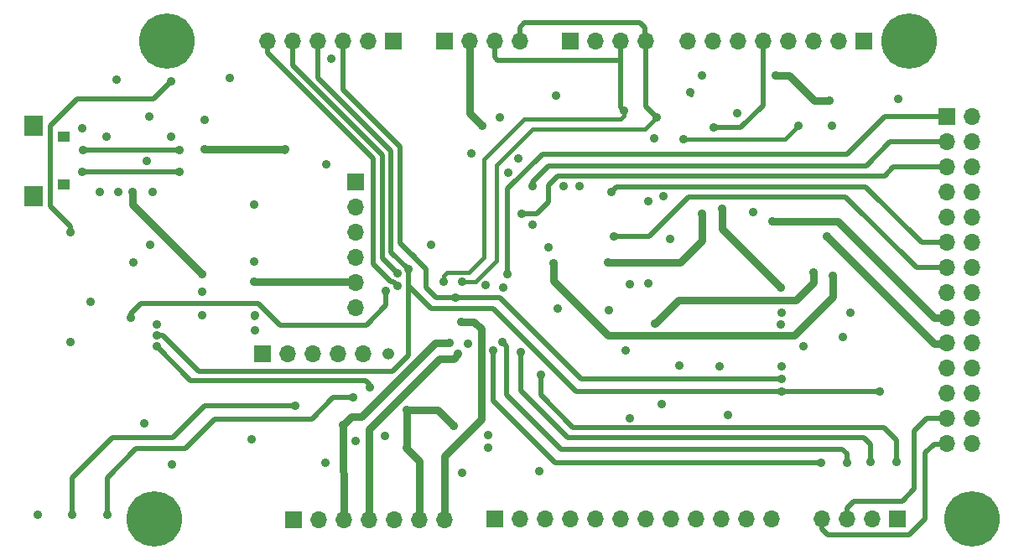
<source format=gbr>
G04 #@! TF.GenerationSoftware,KiCad,Pcbnew,5.0.2-bee76a0~70~ubuntu16.04.1*
G04 #@! TF.CreationDate,2019-03-07T08:45:19+05:30*
G04 #@! TF.ProjectId,PSLab,50534c61-622e-46b6-9963-61645f706362,v5.1*
G04 #@! TF.SameCoordinates,Original*
G04 #@! TF.FileFunction,Copper,L2,Inr*
G04 #@! TF.FilePolarity,Positive*
%FSLAX46Y46*%
G04 Gerber Fmt 4.6, Leading zero omitted, Abs format (unit mm)*
G04 Created by KiCad (PCBNEW 5.0.2-bee76a0~70~ubuntu16.04.1) date Thu 07 Mar 2019 08:45:19 +0530*
%MOMM*%
%LPD*%
G01*
G04 APERTURE LIST*
G04 #@! TA.AperFunction,ViaPad*
%ADD10R,1.700000X1.700000*%
G04 #@! TD*
G04 #@! TA.AperFunction,ViaPad*
%ADD11O,1.700000X1.700000*%
G04 #@! TD*
G04 #@! TA.AperFunction,ViaPad*
%ADD12O,1.200000X1.200000*%
G04 #@! TD*
G04 #@! TA.AperFunction,ViaPad*
%ADD13C,5.600000*%
G04 #@! TD*
G04 #@! TA.AperFunction,ViaPad*
%ADD14R,1.900000X2.000000*%
G04 #@! TD*
G04 #@! TA.AperFunction,ViaPad*
%ADD15R,1.250000X1.050000*%
G04 #@! TD*
G04 #@! TA.AperFunction,ViaPad*
%ADD16C,0.914400*%
G04 #@! TD*
G04 #@! TA.AperFunction,Conductor*
%ADD17C,0.406400*%
G04 #@! TD*
G04 #@! TA.AperFunction,Conductor*
%ADD18C,0.762000*%
G04 #@! TD*
G04 #@! TA.AperFunction,Conductor*
%ADD19C,0.254000*%
G04 #@! TD*
G04 #@! TA.AperFunction,Conductor*
%ADD20C,0.508000*%
G04 #@! TD*
G04 #@! TA.AperFunction,Conductor*
%ADD21C,0.304800*%
G04 #@! TD*
G04 APERTURE END LIST*
D10*
G04 #@! TO.N,GND*
G04 #@! TO.C,J6*
X134130000Y-62800000D03*
D11*
G04 #@! TO.N,3.3V*
X136670000Y-62800000D03*
G04 #@! TO.N,SCL*
X139210000Y-62800000D03*
G04 #@! TO.N,SDA*
X141750000Y-62800000D03*
G04 #@! TD*
D10*
G04 #@! TO.N,3.3V*
G04 #@! TO.C,J16*
X146830000Y-62800000D03*
D11*
G04 #@! TO.N,GND*
X149370000Y-62800000D03*
G04 #@! TO.N,SCL*
X151910000Y-62800000D03*
G04 #@! TO.N,SDA*
X154450000Y-62800000D03*
G04 #@! TD*
D10*
G04 #@! TO.N,IDD*
G04 #@! TO.C,J3*
X179840000Y-111040000D03*
D11*
G04 #@! TO.N,IDC*
X177300000Y-111040000D03*
G04 #@! TO.N,IDB*
X174760000Y-111040000D03*
G04 #@! TO.N,IDA*
X172220000Y-111040000D03*
G04 #@! TD*
D10*
G04 #@! TO.N,GND*
G04 #@! TO.C,J4*
X139200000Y-111040000D03*
D11*
G04 #@! TO.N,SINE1*
X141740000Y-111040000D03*
G04 #@! TO.N,GND*
X144280000Y-111040000D03*
G04 #@! TO.N,SINE2*
X146820000Y-111040000D03*
G04 #@! TO.N,GND*
X149360000Y-111040000D03*
G04 #@! TO.N,SQR1*
X151900000Y-111040000D03*
G04 #@! TO.N,GND*
X154440000Y-111040000D03*
G04 #@! TO.N,SQR2*
X156980000Y-111040000D03*
G04 #@! TO.N,GND*
X159520000Y-111040000D03*
G04 #@! TO.N,SQR3*
X162060000Y-111040000D03*
G04 #@! TO.N,GND*
X164600000Y-111040000D03*
G04 #@! TO.N,SQR4*
X167140000Y-111040000D03*
G04 #@! TD*
D10*
G04 #@! TO.N,AN8*
G04 #@! TO.C,J2*
X184890000Y-70410000D03*
D11*
G04 #@! TO.N,GND*
X187430000Y-70410000D03*
G04 #@! TO.N,SEN*
X184890000Y-72950000D03*
G04 #@! TO.N,GND*
X187430000Y-72950000D03*
G04 #@! TO.N,CAP*
X184890000Y-75490000D03*
G04 #@! TO.N,GND*
X187430000Y-75490000D03*
G04 #@! TO.N,FCin*
X184890000Y-78030000D03*
G04 #@! TO.N,GND*
X187430000Y-78030000D03*
G04 #@! TO.N,MIC*
X184890000Y-80570000D03*
G04 #@! TO.N,GND*
X187430000Y-80570000D03*
G04 #@! TO.N,CH3.GAIN*
X184890000Y-83110000D03*
G04 #@! TO.N,GND*
X187430000Y-83110000D03*
G04 #@! TO.N,CH3*
X184890000Y-85650000D03*
G04 #@! TO.N,GND*
X187430000Y-85650000D03*
G04 #@! TO.N,CH2*
X184890000Y-88190000D03*
G04 #@! TO.N,GND*
X187430000Y-88190000D03*
G04 #@! TO.N,CH1*
X184890000Y-90730000D03*
G04 #@! TO.N,GND*
X187430000Y-90730000D03*
G04 #@! TO.N,ACH1*
X184890000Y-93270000D03*
G04 #@! TO.N,GND*
X187430000Y-93270000D03*
G04 #@! TO.N,IDD*
X184890000Y-95810000D03*
G04 #@! TO.N,GND*
X187430000Y-95810000D03*
G04 #@! TO.N,IDC*
X184890000Y-98350000D03*
G04 #@! TO.N,GND*
X187430000Y-98350000D03*
G04 #@! TO.N,IDB*
X184890000Y-100890000D03*
G04 #@! TO.N,GND*
X187430000Y-100890000D03*
G04 #@! TO.N,IDA*
X184890000Y-103430000D03*
G04 #@! TO.N,GND*
X187430000Y-103430000D03*
G04 #@! TD*
D10*
G04 #@! TO.N,MCLR*
G04 #@! TO.C,J1*
X115820000Y-94340000D03*
D11*
G04 #@! TO.N,3.3V*
X118360000Y-94340000D03*
G04 #@! TO.N,GND*
X120900000Y-94340000D03*
G04 #@! TO.N,PGD2*
X123440000Y-94340000D03*
G04 #@! TO.N,PGC2*
X125980000Y-94340000D03*
D12*
G04 #@! TO.N,N/C*
X128520000Y-94340000D03*
G04 #@! TD*
D10*
G04 #@! TO.N,N/C*
G04 #@! TO.C,J5*
X125170000Y-76950000D03*
D11*
G04 #@! TO.N,+5V*
X125170000Y-79490000D03*
G04 #@! TO.N,GND*
X125170000Y-82030000D03*
G04 #@! TO.N,TxD*
X125170000Y-84570000D03*
G04 #@! TO.N,RxD*
X125170000Y-87110000D03*
G04 #@! TO.N,N/C*
X125170000Y-89650000D03*
G04 #@! TD*
D10*
G04 #@! TO.N,GND*
G04 #@! TO.C,J7*
X118880000Y-111090000D03*
D11*
G04 #@! TO.N,/ESPROG*
X121420000Y-111090000D03*
G04 #@! TO.N,RxD*
X123960000Y-111090000D03*
G04 #@! TO.N,TxD*
X126500000Y-111090000D03*
G04 #@! TO.N,GND*
X129040000Y-111090000D03*
G04 #@! TO.N,+5V*
X131580000Y-111090000D03*
G04 #@! TO.N,3.3V*
X134120000Y-111090000D03*
G04 #@! TD*
D10*
G04 #@! TO.N,PVS1*
G04 #@! TO.C,J8*
X176530000Y-62800000D03*
D11*
G04 #@! TO.N,GND*
X173990000Y-62800000D03*
G04 #@! TO.N,PVS2*
X171450000Y-62800000D03*
G04 #@! TO.N,GND*
X168910000Y-62800000D03*
G04 #@! TO.N,PVS3*
X166370000Y-62800000D03*
G04 #@! TO.N,GND*
X163830000Y-62800000D03*
G04 #@! TO.N,PCS*
X161290000Y-62800000D03*
G04 #@! TO.N,GND*
X158750000Y-62800000D03*
G04 #@! TD*
D13*
G04 #@! TO.N,GND*
G04 #@! TO.C,MH1*
X104880000Y-111020000D03*
G04 #@! TD*
G04 #@! TO.N,GND*
G04 #@! TO.C,MH2*
X181090000Y-62780000D03*
G04 #@! TD*
G04 #@! TO.N,GND*
G04 #@! TO.C,MH3*
X106150000Y-62770000D03*
G04 #@! TD*
G04 #@! TO.N,GND*
G04 #@! TO.C,MH4*
X187420000Y-111010000D03*
G04 #@! TD*
D14*
G04 #@! TO.N,GND*
G04 #@! TO.C,CON1*
X92700000Y-78406250D03*
X92700000Y-71293750D03*
D15*
X95700000Y-77275000D03*
X95700000Y-72425000D03*
G04 #@! TD*
D10*
G04 #@! TO.N,3.3V*
G04 #@! TO.C,J9*
X129030000Y-62800000D03*
D11*
G04 #@! TO.N,GND*
X126490000Y-62800000D03*
G04 #@! TO.N,SCK*
X123950000Y-62800000D03*
G04 #@! TO.N,SDO*
X121410000Y-62800000D03*
G04 #@! TO.N,SDI*
X118870000Y-62800000D03*
G04 #@! TO.N,CS*
X116330000Y-62800000D03*
G04 #@! TD*
D16*
G04 #@! TO.N,GND*
X112465000Y-66480000D03*
X162760000Y-100480000D03*
X136570000Y-93300000D03*
X136850000Y-74110000D03*
X156910000Y-82700000D03*
X150740000Y-89920000D03*
X156230000Y-78410000D03*
X170370000Y-93540000D03*
X147760000Y-77420000D03*
X155310000Y-72590000D03*
X159010000Y-67910000D03*
X174350000Y-92650000D03*
X104130000Y-74865600D03*
X109950000Y-70675000D03*
X93090000Y-110570000D03*
X102755000Y-85075000D03*
X100030000Y-72400000D03*
G04 #@! TO.N,+5V*
X135050000Y-101580000D03*
X101020000Y-66680000D03*
X130330000Y-100040000D03*
X130320000Y-103850000D03*
X99340000Y-77980000D03*
G04 #@! TO.N,AVdd*
X141630000Y-74640000D03*
X168200000Y-95610000D03*
X145600000Y-89800000D03*
X152890000Y-100890000D03*
X144640000Y-83590000D03*
X138300000Y-87420000D03*
G04 #@! TO.N,V+*
X114970000Y-79230000D03*
X160190000Y-66250000D03*
X163700000Y-70050000D03*
X119100000Y-99560000D03*
X96530000Y-110570000D03*
G04 #@! TO.N,V-*
X173290000Y-71320000D03*
X122750000Y-64530000D03*
X100090000Y-110570000D03*
X124950000Y-98775000D03*
G04 #@! TO.N,SCK*
X135230000Y-88650000D03*
X168200000Y-96860000D03*
X114990000Y-91970000D03*
G04 #@! TO.N,SCL*
X152250000Y-69800000D03*
X134060000Y-87080000D03*
G04 #@! TO.N,SDA*
X135960000Y-87060000D03*
X155600000Y-70450000D03*
G04 #@! TO.N,SDO*
X178080000Y-98150000D03*
X130530000Y-85800000D03*
X130530000Y-85800000D03*
X168170000Y-98150000D03*
X105090000Y-92470000D03*
G04 #@! TO.N,/ID1*
X139070000Y-94010000D03*
X172150000Y-105350000D03*
G04 #@! TO.N,/ID2*
X140010000Y-93130000D03*
X174790000Y-105310000D03*
G04 #@! TO.N,/ID3*
X177210000Y-105260000D03*
X141830000Y-94180000D03*
G04 #@! TO.N,/ID4*
X179830000Y-105280000D03*
X143880000Y-96440000D03*
G04 #@! TO.N,PVS3*
X161330000Y-71500000D03*
G04 #@! TO.N,PCS*
X179930000Y-68600000D03*
G04 #@! TO.N,/ETxD*
X109710000Y-88070000D03*
G04 #@! TO.N,/ERxD*
X104460000Y-83320000D03*
G04 #@! TO.N,/MTxD*
X104710000Y-77974400D03*
X109710000Y-90480000D03*
G04 #@! TO.N,/MRxD*
X102670000Y-77974400D03*
X109710000Y-86330000D03*
G04 #@! TO.N,Net-(C11-Pad1)*
X118080000Y-73690000D03*
X109950000Y-73690000D03*
X101190000Y-77990000D03*
G04 #@! TO.N,VR-*
X145390000Y-68240000D03*
X156050000Y-99410000D03*
X154720000Y-87230000D03*
G04 #@! TO.N,VR+*
X122240000Y-75210000D03*
X162210000Y-79690000D03*
X168120000Y-87620000D03*
X161905000Y-95595000D03*
G04 #@! TO.N,Net-(R16-Pad1)*
X168150000Y-91410000D03*
X146200000Y-77420000D03*
X157890000Y-95500000D03*
G04 #@! TO.N,Net-(R19-Pad2)*
X167620000Y-66240000D03*
X173060000Y-68780000D03*
G04 #@! TO.N,CH1out*
X145130000Y-85220000D03*
X173370000Y-86430000D03*
G04 #@! TO.N,AN8*
X140550000Y-86300000D03*
G04 #@! TO.N,MIC*
X165360000Y-80070000D03*
G04 #@! TO.N,/I/O Processing/DAC4*
X169900000Y-71320000D03*
X158330000Y-72660000D03*
G04 #@! TO.N,SQ4*
X135980000Y-106400000D03*
X106620000Y-105480000D03*
G04 #@! TO.N,CH1*
X167250000Y-80940000D03*
G04 #@! TO.N,ACH1*
X172760000Y-82460000D03*
G04 #@! TO.N,CH2*
X171440000Y-86130000D03*
X155420000Y-91290000D03*
G04 #@! TO.N,CH3*
X151240000Y-82460000D03*
G04 #@! TO.N,Net-(R33-Pad2)*
X154710000Y-78900000D03*
X152890000Y-87270000D03*
G04 #@! TO.N,Net-(U11-Pad3)*
X175100000Y-90150000D03*
X168170000Y-90160000D03*
G04 #@! TO.N,Net-(R14-Pad2)*
X160190000Y-80170000D03*
X150660000Y-85140000D03*
G04 #@! TO.N,SINE1*
X114680000Y-102950000D03*
G04 #@! TO.N,SQ3*
X138570000Y-102580000D03*
X122130000Y-105380000D03*
G04 #@! TO.N,SINE2*
X125210000Y-103170000D03*
G04 #@! TO.N,CH3.GAIN*
X151020000Y-77990000D03*
G04 #@! TO.N,FCin*
X152430000Y-93990000D03*
G04 #@! TO.N,MCLR*
X139750000Y-70440000D03*
X140070000Y-87630000D03*
G04 #@! TO.N,SQR3*
X138580000Y-103850000D03*
X143750000Y-106220000D03*
G04 #@! TO.N,SQR1*
X128180000Y-102670000D03*
G04 #@! TO.N,SEN*
X143040000Y-77390000D03*
G04 #@! TO.N,CAP*
X141980000Y-80180000D03*
G04 #@! TO.N,RxD*
X134650000Y-93250000D03*
X114980000Y-87040000D03*
X123955000Y-101525000D03*
G04 #@! TO.N,TxD*
X135550000Y-94350000D03*
X114990000Y-90480000D03*
G04 #@! TO.N,/ESPROG*
X98440000Y-89120000D03*
G04 #@! TO.N,SDI*
X129430000Y-86200000D03*
X114970000Y-85000000D03*
G04 #@! TO.N,3.3V*
X143070000Y-81270000D03*
X140610000Y-76020000D03*
X135870000Y-91120000D03*
X137990000Y-71320000D03*
X132770000Y-83310000D03*
X106580000Y-72410000D03*
X106600000Y-66800000D03*
X103840000Y-101400000D03*
X96366239Y-93163761D03*
X105090000Y-91370000D03*
X96366239Y-82090000D03*
G04 #@! TO.N,VBus*
X97600000Y-71600000D03*
X104350000Y-70390000D03*
G04 #@! TO.N,D-*
X97687522Y-73750000D03*
X107390000Y-73750000D03*
G04 #@! TO.N,D+*
X97600000Y-75950000D03*
X107390000Y-75950000D03*
G04 #@! TO.N,CS.CH3*
X126640000Y-97750000D03*
X105090000Y-93580000D03*
G04 #@! TO.N,CS*
X129430000Y-87500000D03*
X129430000Y-87500000D03*
G04 #@! TO.N,SW*
X128230000Y-88000000D03*
X102490000Y-90680000D03*
G04 #@! TD*
D17*
G04 #@! TO.N,GND*
X187440000Y-75460000D02*
X187450000Y-75470000D01*
D18*
X187420000Y-103400000D02*
X187450000Y-103370000D01*
X187450000Y-93460000D02*
X187420000Y-93430000D01*
D17*
X187420000Y-103400000D02*
X187450000Y-103370000D01*
X159010000Y-67910000D02*
X159020000Y-68170000D01*
D19*
X159020000Y-68170000D02*
X159010000Y-67910000D01*
D18*
G04 #@! TO.N,+5V*
X131580000Y-105180000D02*
X131580000Y-111040000D01*
X130320000Y-103850000D02*
X130250000Y-103850000D01*
X130250000Y-103850000D02*
X131580000Y-105180000D01*
X130330000Y-103840000D02*
X130320000Y-103850000D01*
X130330000Y-100040000D02*
X130330000Y-103840000D01*
X133510000Y-100040000D02*
X135050000Y-101580000D01*
X130330000Y-100040000D02*
X133510000Y-100040000D01*
D20*
G04 #@! TO.N,V+*
X96530000Y-106850000D02*
X96530000Y-110570000D01*
X119100000Y-99560000D02*
X109970000Y-99560000D01*
X109970000Y-99560000D02*
X106760000Y-102770000D01*
X106760000Y-102770000D02*
X100610000Y-102770000D01*
X100610000Y-102770000D02*
X96530000Y-106850000D01*
G04 #@! TO.N,V-*
X108030000Y-103930000D02*
X102990000Y-103930000D01*
X120750000Y-100960000D02*
X111000000Y-100960000D01*
X102990000Y-103930000D02*
X100090000Y-106830000D01*
X111000000Y-100960000D02*
X108030000Y-103930000D01*
X100090000Y-106830000D02*
X100090000Y-110570000D01*
X122935000Y-98775000D02*
X120750000Y-100960000D01*
X124950000Y-98775000D02*
X122935000Y-98775000D01*
G04 #@! TO.N,SCK*
X130830000Y-84300000D02*
X132330000Y-85800000D01*
X168180000Y-96860000D02*
X147930000Y-96860000D01*
X147930000Y-96860000D02*
X139720000Y-88650000D01*
X139720000Y-88650000D02*
X135230000Y-88650000D01*
D17*
X168200000Y-96860000D02*
X168180000Y-96860000D01*
D20*
X135230000Y-88650000D02*
X133330000Y-88650000D01*
X133330000Y-88650000D02*
X132330000Y-87650000D01*
X132330000Y-87650000D02*
X132330000Y-85800000D01*
X132330000Y-85800000D02*
X129680000Y-83150000D01*
X129680000Y-73400000D02*
X123930000Y-67650000D01*
X129680000Y-83150000D02*
X129680000Y-73400000D01*
X123930000Y-62800000D02*
X123950000Y-62800000D01*
X123930000Y-67650000D02*
X123930000Y-62800000D01*
G04 #@! TO.N,SCL*
X152250000Y-69800000D02*
X151930000Y-69480000D01*
X151930000Y-69480000D02*
X151930000Y-62800000D01*
X151930000Y-62800000D02*
X151910000Y-62800000D01*
X151930000Y-62800000D02*
X151910000Y-62800000D01*
X139210000Y-62800000D02*
X139210000Y-64380000D01*
X139210000Y-64380000D02*
X139530000Y-64700000D01*
X139530000Y-64700000D02*
X151930000Y-64700000D01*
X151930000Y-64700000D02*
X151930000Y-62800000D01*
X151930000Y-62800000D02*
X151910000Y-62800000D01*
D21*
X151930000Y-62800000D02*
X151910000Y-62800000D01*
D17*
X152250000Y-69800000D02*
X152250000Y-70330000D01*
X142220000Y-70640000D02*
X138165000Y-74695000D01*
X151940000Y-70640000D02*
X142220000Y-70640000D01*
X152250000Y-70330000D02*
X151940000Y-70640000D01*
X138165000Y-83805000D02*
X138165000Y-82145000D01*
X138165000Y-82145000D02*
X138165000Y-74695000D01*
X138165000Y-84575000D02*
X138165000Y-83805000D01*
X136630000Y-86110000D02*
X138165000Y-84575000D01*
X134390000Y-86110000D02*
X136630000Y-86110000D01*
X134060000Y-86440000D02*
X134390000Y-86110000D01*
X134060000Y-87080000D02*
X134060000Y-86440000D01*
D20*
G04 #@! TO.N,SDA*
X154450000Y-62800000D02*
X154450000Y-69350000D01*
X155580000Y-70450000D02*
X155600000Y-70450000D01*
X155550000Y-70450000D02*
X155580000Y-70450000D01*
X154450000Y-69350000D02*
X155550000Y-70450000D01*
X155600000Y-70500000D02*
X155600000Y-70450000D01*
D21*
X155600000Y-70450000D02*
X155600000Y-70500000D01*
D20*
X154430000Y-62800000D02*
X154450000Y-62800000D01*
X141750000Y-62800000D02*
X141750000Y-61380000D01*
X141750000Y-61380000D02*
X142230000Y-60900000D01*
X142230000Y-60900000D02*
X153930000Y-60900000D01*
X153930000Y-60900000D02*
X154430000Y-61400000D01*
X154430000Y-61400000D02*
X154430000Y-62800000D01*
X154430000Y-62800000D02*
X154450000Y-62800000D01*
D21*
X154450000Y-62420000D02*
X154450000Y-62800000D01*
X154500000Y-62800000D02*
X154450000Y-62800000D01*
D17*
X143040000Y-71650000D02*
X154400000Y-71650000D01*
X137270000Y-87060000D02*
X139370000Y-84960000D01*
X135960000Y-87060000D02*
X137270000Y-87060000D01*
X139370000Y-75320000D02*
X143040000Y-71650000D01*
X139370000Y-84960000D02*
X139370000Y-75320000D01*
X154400000Y-71650000D02*
X155600000Y-70450000D01*
D20*
G04 #@! TO.N,SDO*
X168130000Y-98150000D02*
X168180000Y-98150000D01*
X178080000Y-98150000D02*
X168130000Y-98150000D01*
X130530000Y-85800000D02*
X130530000Y-87500000D01*
X132780000Y-89750000D02*
X139030000Y-89750000D01*
X139030000Y-89750000D02*
X147430000Y-98150000D01*
X147430000Y-98150000D02*
X168180000Y-98150000D01*
X130530000Y-87500000D02*
X132780000Y-89750000D01*
X168180000Y-98150000D02*
X168170000Y-98150000D01*
X130510000Y-85800000D02*
X130530000Y-85800000D01*
X121410000Y-62800000D02*
X121410000Y-66500000D01*
X121410000Y-66500000D02*
X128780000Y-73870000D01*
X128780000Y-73870000D02*
X128780000Y-84070000D01*
X128780000Y-84070000D02*
X130510000Y-85800000D01*
X130530000Y-91090000D02*
X130530000Y-85800000D01*
X130530000Y-94475000D02*
X130530000Y-91090000D01*
X105090000Y-92470000D02*
X105736578Y-92470000D01*
X105736578Y-92470000D02*
X109376578Y-96110000D01*
X109376578Y-96110000D02*
X128895000Y-96110000D01*
X128895000Y-96110000D02*
X130530000Y-94475000D01*
G04 #@! TO.N,/ID1*
X139070000Y-94010000D02*
X139070000Y-99050000D01*
X145370000Y-105350000D02*
X172150000Y-105350000D01*
X139070000Y-99050000D02*
X145370000Y-105350000D01*
G04 #@! TO.N,/ID2*
X140010000Y-93130000D02*
X140467199Y-93587199D01*
X140467199Y-93587199D02*
X140467199Y-98517199D01*
X140467199Y-98517199D02*
X145920000Y-103970000D01*
X174330000Y-103970000D02*
X174790000Y-104430000D01*
X145920000Y-103970000D02*
X174330000Y-103970000D01*
X174790000Y-105310000D02*
X174790000Y-104430000D01*
G04 #@! TO.N,/ID3*
X177210000Y-103500000D02*
X177210000Y-105260000D01*
X141830000Y-94180000D02*
X141830000Y-98050000D01*
X176500000Y-102790000D02*
X177210000Y-103500000D01*
X141830000Y-98050000D02*
X146570000Y-102790000D01*
X146570000Y-102790000D02*
X176500000Y-102790000D01*
G04 #@! TO.N,/ID4*
X143880000Y-96440000D02*
X143880000Y-98500000D01*
X147137201Y-101757201D02*
X178557201Y-101757201D01*
X143880000Y-98500000D02*
X147137201Y-101757201D01*
X179830000Y-103030000D02*
X179830000Y-105280000D01*
X178557201Y-101757201D02*
X179830000Y-103030000D01*
G04 #@! TO.N,PVS3*
X161330000Y-71500000D02*
X164080000Y-71500000D01*
X166330000Y-69250000D02*
X166330000Y-62800000D01*
X164080000Y-71500000D02*
X166330000Y-69250000D01*
X166330000Y-62800000D02*
X166370000Y-62800000D01*
D21*
X166330000Y-62800000D02*
X166370000Y-62800000D01*
D18*
G04 #@! TO.N,/MRxD*
X109710000Y-86330000D02*
X102670000Y-79290000D01*
X102670000Y-79290000D02*
X102670000Y-77974400D01*
G04 #@! TO.N,Net-(C11-Pad1)*
X109950000Y-73690000D02*
X113610000Y-73690000D01*
X118080000Y-73690000D02*
X113610000Y-73690000D01*
X118010000Y-73760000D02*
X118080000Y-73690000D01*
D17*
X118080000Y-73690000D02*
X118010000Y-73760000D01*
X109940000Y-73700000D02*
X109950000Y-73690000D01*
D18*
G04 #@! TO.N,VR+*
X162210000Y-79670000D02*
X162210000Y-81710000D01*
X162210000Y-81710000D02*
X168120000Y-87620000D01*
D17*
X162210000Y-79690000D02*
X162210000Y-79670000D01*
D18*
G04 #@! TO.N,Net-(R19-Pad2)*
X167620000Y-66240000D02*
X168920000Y-66240000D01*
X171460000Y-68780000D02*
X173060000Y-68780000D01*
X168920000Y-66240000D02*
X171460000Y-68780000D01*
G04 #@! TO.N,CH1out*
X173370000Y-88620000D02*
X173370000Y-86430000D01*
X145130000Y-85220000D02*
X145130000Y-86950000D01*
X145130000Y-86950000D02*
X150690000Y-92510000D01*
X169480000Y-92510000D02*
X173370000Y-88620000D01*
X150690000Y-92510000D02*
X169480000Y-92510000D01*
D20*
G04 #@! TO.N,AN8*
X184910000Y-70410000D02*
X178590000Y-70410000D01*
X178590000Y-70410000D02*
X174840000Y-74160000D01*
X174840000Y-74160000D02*
X144040000Y-74160000D01*
X144040000Y-74160000D02*
X140550000Y-77650000D01*
X140550000Y-77650000D02*
X140550000Y-86300000D01*
D17*
G04 #@! TO.N,/I/O Processing/DAC4*
X158330000Y-72660000D02*
X168520000Y-72660000D01*
X169860000Y-71320000D02*
X169900000Y-71320000D01*
X168520000Y-72660000D02*
X169860000Y-71320000D01*
D18*
G04 #@! TO.N,CH1*
X173840000Y-80940000D02*
X183630000Y-90730000D01*
X167250000Y-80940000D02*
X173840000Y-80940000D01*
X183630000Y-90730000D02*
X184920000Y-90730000D01*
G04 #@! TO.N,ACH1*
X178130000Y-87860000D02*
X183570000Y-93300000D01*
X183570000Y-93300000D02*
X184890000Y-93300000D01*
X184890000Y-93300000D02*
X184890000Y-93270000D01*
X172840000Y-82540000D02*
X172840000Y-82570000D01*
D17*
X172760000Y-82460000D02*
X172840000Y-82540000D01*
D18*
X172840000Y-82570000D02*
X178130000Y-87860000D01*
G04 #@! TO.N,CH2*
X171440000Y-87120000D02*
X169630000Y-88930000D01*
X157780000Y-88930000D02*
X155420000Y-91290000D01*
X169630000Y-88930000D02*
X157780000Y-88930000D01*
X171440000Y-86130000D02*
X171440000Y-87120000D01*
D20*
G04 #@! TO.N,CH3*
X151240000Y-82460000D02*
X154860000Y-82460000D01*
X154860000Y-82460000D02*
X158810000Y-78510000D01*
X174670000Y-78510000D02*
X181810000Y-85650000D01*
X158810000Y-78510000D02*
X174670000Y-78510000D01*
X181810000Y-85650000D02*
X184920000Y-85650000D01*
D18*
G04 #@! TO.N,Net-(R14-Pad2)*
X150680000Y-85120000D02*
X157950000Y-85120000D01*
X157950000Y-85120000D02*
X160190000Y-82880000D01*
X160190000Y-82880000D02*
X160190000Y-80170000D01*
D17*
X150660000Y-85140000D02*
X150680000Y-85120000D01*
D20*
G04 #@! TO.N,CH3.GAIN*
X184920000Y-83110000D02*
X182300000Y-83110000D01*
X176650000Y-77460000D02*
X151550000Y-77460000D01*
X182300000Y-83110000D02*
X176650000Y-77460000D01*
X151550000Y-77460000D02*
X151020000Y-77990000D01*
G04 #@! TO.N,IDB*
X174760000Y-111040000D02*
X174760000Y-109900000D01*
X182830000Y-100850000D02*
X184890000Y-100850000D01*
X181580000Y-102100000D02*
X182830000Y-100850000D01*
X181580000Y-108000000D02*
X181580000Y-102100000D01*
X180380000Y-109200000D02*
X181580000Y-108000000D01*
X175460000Y-109200000D02*
X180380000Y-109200000D01*
X174760000Y-109900000D02*
X175460000Y-109200000D01*
X184890000Y-100850000D02*
X184890000Y-100890000D01*
X174780000Y-111040000D02*
X174760000Y-111040000D01*
G04 #@! TO.N,IDA*
X172220000Y-111040000D02*
X172220000Y-112050000D01*
X183580000Y-103450000D02*
X184890000Y-103450000D01*
X182680000Y-104350000D02*
X183580000Y-103450000D01*
X182680000Y-111060000D02*
X182680000Y-104350000D01*
X181080000Y-112660000D02*
X182680000Y-111060000D01*
X172830000Y-112660000D02*
X181080000Y-112660000D01*
X172220000Y-112050000D02*
X172830000Y-112660000D01*
X184890000Y-103450000D02*
X184890000Y-103430000D01*
G04 #@! TO.N,SEN*
X143040000Y-77390000D02*
X143040000Y-76950000D01*
X143040000Y-76950000D02*
X144640000Y-75350000D01*
X144640000Y-75350000D02*
X176710000Y-75350000D01*
X184910000Y-72950000D02*
X179110000Y-72950000D01*
X179110000Y-72950000D02*
X176710000Y-75350000D01*
G04 #@! TO.N,CAP*
X184910000Y-75490000D02*
X179490000Y-75490000D01*
X179490000Y-75490000D02*
X178590000Y-76390000D01*
X178590000Y-76390000D02*
X145550000Y-76390000D01*
X143460000Y-80180000D02*
X141980000Y-80180000D01*
X144660000Y-78980000D02*
X143460000Y-80180000D01*
X144660000Y-77280000D02*
X144660000Y-78980000D01*
X145550000Y-76390000D02*
X144660000Y-77280000D01*
D18*
G04 #@! TO.N,RxD*
X124890000Y-86830000D02*
X125170000Y-87110000D01*
X125100000Y-87040000D02*
X125170000Y-87110000D01*
X114980000Y-87040000D02*
X125100000Y-87040000D01*
X123960000Y-111040000D02*
X123955000Y-101525000D01*
X123955000Y-101525000D02*
X123960000Y-111090000D01*
X125805000Y-100700000D02*
X133255000Y-93250000D01*
X124780000Y-100700000D02*
X125805000Y-100700000D01*
X133255000Y-93250000D02*
X134650000Y-93250000D01*
X123955000Y-101525000D02*
X124780000Y-100700000D01*
G04 #@! TO.N,TxD*
X114990000Y-90480000D02*
X114980000Y-90489655D01*
X126500000Y-109887919D02*
X126500000Y-111090000D01*
X135550000Y-94350000D02*
X135092801Y-94807199D01*
X126500000Y-101930000D02*
X126500000Y-109887919D01*
X135092801Y-94807199D02*
X133622801Y-94807199D01*
X133622801Y-94807199D02*
X126500000Y-101930000D01*
D20*
G04 #@! TO.N,SDI*
X127880000Y-74250000D02*
X118870000Y-65240000D01*
X118870000Y-65240000D02*
X118870000Y-62800000D01*
X127880000Y-84650000D02*
X127880000Y-74250000D01*
X129430000Y-86200000D02*
X127880000Y-84650000D01*
D18*
G04 #@! TO.N,3.3V*
X135870000Y-91120000D02*
X137150000Y-91120000D01*
X137150000Y-91120000D02*
X137870000Y-91840000D01*
X137870000Y-91840000D02*
X137870000Y-100960000D01*
X134120000Y-104710000D02*
X134120000Y-111090000D01*
X137870000Y-100960000D02*
X134120000Y-104710000D01*
X136670000Y-70000000D02*
X137990000Y-71320000D01*
X136670000Y-62800000D02*
X136670000Y-70000000D01*
D20*
X96366239Y-81443422D02*
X94360000Y-79437183D01*
X96366239Y-82090000D02*
X96366239Y-81443422D01*
X94360000Y-79437183D02*
X94360000Y-71320000D01*
X104820000Y-68580000D02*
X106600000Y-66800000D01*
X97100000Y-68580000D02*
X104820000Y-68580000D01*
X94360000Y-71320000D02*
X97100000Y-68580000D01*
G04 #@! TO.N,D-*
X97687522Y-73750000D02*
X107390000Y-73750000D01*
G04 #@! TO.N,D+*
X97600000Y-75950000D02*
X107390000Y-75950000D01*
G04 #@! TO.N,CS.CH3*
X108530000Y-97020000D02*
X105090000Y-93580000D01*
X126200000Y-97020000D02*
X108530000Y-97020000D01*
X126640000Y-97460000D02*
X126200000Y-97020000D01*
X126640000Y-97750000D02*
X126640000Y-97460000D01*
G04 #@! TO.N,CS*
X129230000Y-87500000D02*
X129430000Y-87500000D01*
X116330000Y-63980000D02*
X116330000Y-62800000D01*
X129430000Y-87500000D02*
X128972801Y-87042801D01*
X128972801Y-87042801D02*
X128772801Y-87042801D01*
X128772801Y-87042801D02*
X126980000Y-85250000D01*
X126980000Y-74630000D02*
X116330000Y-63980000D01*
X126980000Y-85250000D02*
X126980000Y-74630000D01*
G04 #@! TO.N,SW*
X126250000Y-91420000D02*
X128230000Y-89440000D01*
X117540000Y-91420000D02*
X126250000Y-91420000D01*
X102490000Y-90680000D02*
X102490000Y-90240000D01*
X102490000Y-90240000D02*
X103470000Y-89260000D01*
X128230000Y-89440000D02*
X128230000Y-88000000D01*
X103470000Y-89260000D02*
X115380000Y-89260000D01*
X115380000Y-89260000D02*
X117540000Y-91420000D01*
G04 #@! TD*
M02*

</source>
